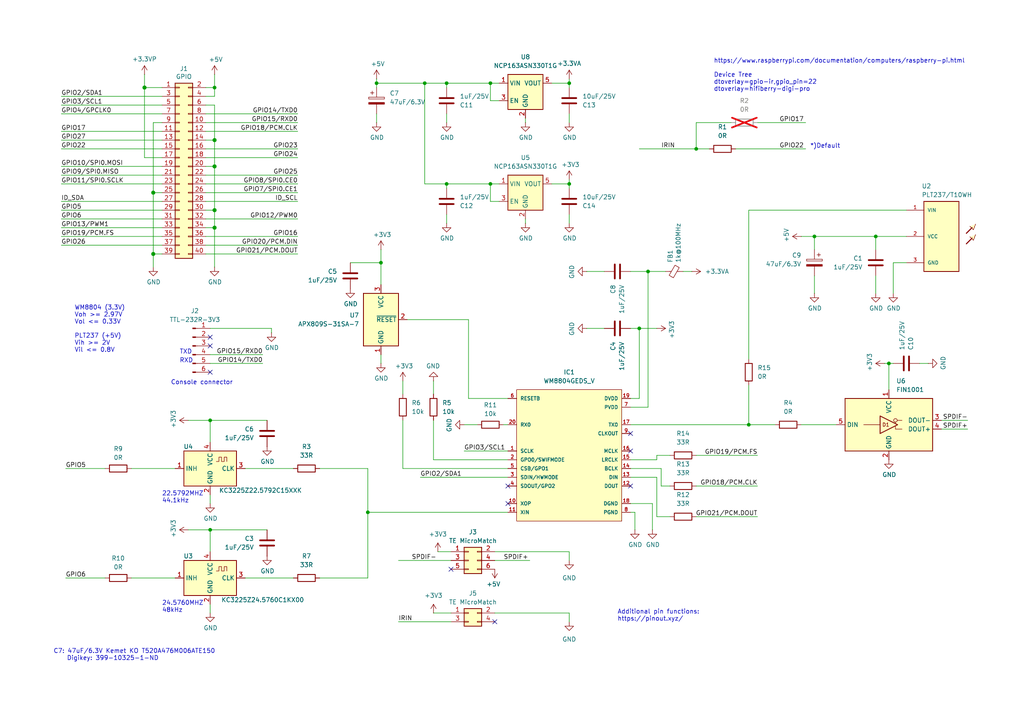
<source format=kicad_sch>
(kicad_sch (version 20250114) (generator "eeschema") (generator_version "9.0")
  (paper "A4")
  (title_block (title "RPI HAT S/PDIF and IR") (date "2026-01-01") (rev "V7 Min"))
  (lib_symbols
    (symbol "Connector:Conn_01x06_Pin" (pin_names (offset 1.016) (hide yes))
      (property "Reference" "J" (at 0 7.62 0))
      (property "Value" "Conn_01x06_Pin" (at 0 -10.16 0))
      (symbol "Conn_01x06_Pin_1_1"
        (pin passive line (at 5.08 5.08 180) (length 3.81) (name "Pin_1") (number "1"))
        (pin passive line (at 5.08 2.54 180) (length 3.81) (name "Pin_2") (number "2"))
        (pin passive line (at 5.08 0 180) (length 3.81) (name "Pin_3") (number "3"))
        (pin passive line (at 5.08 -2.54 180) (length 3.81) (name "Pin_4") (number "4"))
        (pin passive line (at 5.08 -5.08 180) (length 3.81) (name "Pin_5") (number "5"))
        (pin passive line (at 5.08 -7.62 180) (length 3.81) (name "Pin_6") (number "6"))
      )
    )
    (symbol "Connector_Generic:Conn_02x02_Odd_Even" (pin_names (offset 1.016) (hide yes))
      (property "Reference" "J" (at 1.27 2.54 0))
      (property "Value" "Conn_02x02_Odd_Even" (at 1.27 -5.08 0))
      (symbol "Conn_02x02_Odd_Even_1_1"
        (pin passive line (at -5.08 0 0) (length 3.81) (name "Pin_1") (number "1"))
        (pin passive line (at -5.08 -2.54 0) (length 3.81) (name "Pin_3") (number "3"))
        (pin passive line (at 7.62 0 180) (length 3.81) (name "Pin_2") (number "2"))
        (pin passive line (at 7.62 -2.54 180) (length 3.81) (name "Pin_4") (number "4"))
      )
    )
    (symbol "Connector_Generic:Conn_02x03_Odd_Even" (pin_names (offset 1.016) (hide yes))
      (property "Reference" "J" (at 1.27 5.08 0))
      (property "Value" "Conn_02x03_Odd_Even" (at 1.27 -5.08 0))
      (symbol "Conn_02x03_Odd_Even_1_1"
        (pin passive line (at -5.08 2.54 0) (length 3.81) (name "Pin_1") (number "1"))
        (pin passive line (at -5.08 0 0) (length 3.81) (name "Pin_3") (number "3"))
        (pin passive line (at -5.08 -2.54 0) (length 3.81) (name "Pin_5") (number "5"))
        (pin passive line (at 7.62 2.54 180) (length 3.81) (name "Pin_2") (number "2"))
        (pin passive line (at 7.62 0 180) (length 3.81) (name "Pin_4") (number "4"))
        (pin passive line (at 7.62 -2.54 180) (length 3.81) (name "Pin_6") (number "6"))
      )
    )
    (symbol "Connector_Generic:Conn_02x20_Odd_Even" (pin_names (offset 1.016) (hide yes))
      (property "Reference" "J" (at 1.27 25.4 0))
      (property "Value" "Conn_02x20_Odd_Even" (at 1.27 -27.94 0))
      (symbol "Conn_02x20_Odd_Even_1_1"
        (pin passive line (at -5.08 22.86 0) (length 3.81) (name "Pin_1") (number "1"))
        (pin passive line (at -5.08 20.32 0) (length 3.81) (name "Pin_3") (number "3"))
        (pin passive line (at -5.08 17.78 0) (length 3.81) (name "Pin_5") (number "5"))
        (pin passive line (at -5.08 15.24 0) (length 3.81) (name "Pin_7") (number "7"))
        (pin passive line (at -5.08 12.7 0) (length 3.81) (name "Pin_9") (number "9"))
        (pin passive line (at -5.08 10.16 0) (length 3.81) (name "Pin_11") (number "11"))
        (pin passive line (at -5.08 7.62 0) (length 3.81) (name "Pin_13") (number "13"))
        (pin passive line (at -5.08 5.08 0) (length 3.81) (name "Pin_15") (number "15"))
        (pin passive line (at -5.08 2.54 0) (length 3.81) (name "Pin_17") (number "17"))
        (pin passive line (at -5.08 0 0) (length 3.81) (name "Pin_19") (number "19"))
        (pin passive line (at -5.08 -2.54 0) (length 3.81) (name "Pin_21") (number "21"))
        (pin passive line (at -5.08 -5.08 0) (length 3.81) (name "Pin_23") (number "23"))
        (pin passive line (at -5.08 -7.62 0) (length 3.81) (name "Pin_25") (number "25"))
        (pin passive line (at -5.08 -10.16 0) (length 3.81) (name "Pin_27") (number "27"))
        (pin passive line (at -5.08 -12.7 0) (length 3.81) (name "Pin_29") (number "29"))
        (pin passive line (at -5.08 -15.24 0) (length 3.81) (name "Pin_31") (number "31"))
        (pin passive line (at -5.08 -17.78 0) (length 3.81) (name "Pin_33") (number "33"))
        (pin passive line (at -5.08 -20.32 0) (length 3.81) (name "Pin_35") (number "35"))
        (pin passive line (at -5.08 -22.86 0) (length 3.81) (name "Pin_37") (number "37"))
        (pin passive line (at -5.08 -25.4 0) (length 3.81) (name "Pin_39") (number "39"))
        (pin passive line (at 7.62 22.86 180) (length 3.81) (name "Pin_2") (number "2"))
        (pin passive line (at 7.62 20.32 180) (length 3.81) (name "Pin_4") (number "4"))
        (pin passive line (at 7.62 17.78 180) (length 3.81) (name "Pin_6") (number "6"))
        (pin passive line (at 7.62 15.24 180) (length 3.81) (name "Pin_8") (number "8"))
        (pin passive line (at 7.62 12.7 180) (length 3.81) (name "Pin_10") (number "10"))
        (pin passive line (at 7.62 10.16 180) (length 3.81) (name "Pin_12") (number "12"))
        (pin passive line (at 7.62 7.62 180) (length 3.81) (name "Pin_14") (number "14"))
        (pin passive line (at 7.62 5.08 180) (length 3.81) (name "Pin_16") (number "16"))
        (pin passive line (at 7.62 2.54 180) (length 3.81) (name "Pin_18") (number "18"))
        (pin passive line (at 7.62 0 180) (length 3.81) (name "Pin_20") (number "20"))
        (pin passive line (at 7.62 -2.54 180) (length 3.81) (name "Pin_22") (number "22"))
        (pin passive line (at 7.62 -5.08 180) (length 3.81) (name "Pin_24") (number "24"))
        (pin passive line (at 7.62 -7.62 180) (length 3.81) (name "Pin_26") (number "26"))
        (pin passive line (at 7.62 -10.16 180) (length 3.81) (name "Pin_28") (number "28"))
        (pin passive line (at 7.62 -12.7 180) (length 3.81) (name "Pin_30") (number "30"))
        (pin passive line (at 7.62 -15.24 180) (length 3.81) (name "Pin_32") (number "32"))
        (pin passive line (at 7.62 -17.78 180) (length 3.81) (name "Pin_34") (number "34"))
        (pin passive line (at 7.62 -20.32 180) (length 3.81) (name "Pin_36") (number "36"))
        (pin passive line (at 7.62 -22.86 180) (length 3.81) (name "Pin_38") (number "38"))
        (pin passive line (at 7.62 -25.4 180) (length 3.81) (name "Pin_40") (number "40"))
      )
    )
    (symbol "Device:C" (pin_numbers (hide yes)) (pin_names (offset 0.254))
      (property "Reference" "C" (at 0.635 2.54 0))
      (property "Value" "C" (at 0.635 -2.54 0))
      (symbol "C_1_1"
        (pin passive line (at 0 3.81 270) (length 2.794) (name "~") (number "1"))
        (pin passive line (at 0 -3.81 90) (length 2.794) (name "~") (number "2"))
      )
    )
    (symbol "Device:C_Polarized" (pin_numbers (hide yes)) (pin_names (offset 0.254))
      (property "Reference" "C" (at 0.635 2.54 0))
      (property "Value" "C_Polarized" (at 0.635 -2.54 0))
      (symbol "C_Polarized_1_1"
        (pin passive line (at 0 3.81 270) (length 2.794) (name "~") (number "1"))
        (pin passive line (at 0 -3.81 90) (length 2.794) (name "~") (number "2"))
      )
    )
    (symbol "Device:R" (pin_numbers (hide yes)) (pin_names (offset 0))
      (property "Reference" "R" (at 2.032 0 90))
      (property "Value" "R" (at 0 0 90))
      (symbol "R_1_1"
        (pin passive line (at 0 3.81 270) (length 1.27) (name "~") (number "1"))
        (pin passive line (at 0 -3.81 90) (length 1.27) (name "~") (number "2"))
      )
    )
    (symbol "Oscillator:KC2520Z"
      (property "Reference" "Y" (at 2.54 12.7 0))
      (property "Value" "KC2520Z" (at 6.35 10.16 0))
      (symbol "KC2520Z_1_1"
        (pin input line (at -10.16 0 0) (length 2.54) (name "INH") (number "1"))
        (pin power_in line (at 0 7.62 270) (length 2.54) (name "VCC") (number "4"))
        (pin power_in line (at 0 -7.62 90) (length 2.54) (name "GND") (number "2"))
        (pin output line (at 10.16 0 180) (length 2.54) (name "CLK") (number "3"))
      )
    )
    (symbol "Power_Supervisor:LM809"
      (property "Reference" "U" (at 2.54 12.7 0))
      (property "Value" "LM809" (at 5.08 10.16 0))
      (symbol "LM809_1_1"
        (pin power_in line (at 0 10.16 270) (length 2.54) (name "VCC") (number "3"))
        (pin power_in line (at 0 -10.16 90) (length 2.54) (name "GND") (number "1"))
        (pin output line (at 7.62 0 180) (length 2.54) (name "~{RESET}") (number "2"))
      )
    )
    (symbol "Regulator_Linear:NCP163ASN330T1G"
      (property "Reference" "U" (at 0 8.89 0))
      (property "Value" "NCP163ASN330T1G" (at 0 6.35 0))
      (symbol "NCP163ASN330T1G_1_1"
        (pin power_in line (at -7.62 2.54 0) (length 2.54) (name "VIN") (number "1"))
        (pin input line (at -7.62 -2.54 0) (length 2.54) (name "EN") (number "3"))
        (pin power_in line (at 0 -7.62 90) (length 2.54) (name "GND") (number "2"))
        (pin no_connect line (at 5.08 -2.54 180) (length 2.54) (hide yes) (name "NC") (number "4"))
        (pin power_out line (at 7.62 2.54 180) (length 2.54) (name "VOUT") (number "5"))
      )
    )
    (symbol "dac-rescue:Ferrite_Bead_Small-Device" (pin_numbers (hide yes)) (pin_names (offset 0))
      (property "Reference" "FB" (at 1.905 1.27 0))
      (property "Value" "Ferrite_Bead_Small-Device" (at 1.905 -1.27 0))
      (symbol "Ferrite_Bead_Small-Device_1_1"
        (pin passive line (at 0 2.54 270) (length 1.27) (name "~") (number "1"))
        (pin passive line (at 0 -2.54 90) (length 1.27) (name "~") (number "2"))
      )
    )
    (symbol "kicad-snk:FIN1001"
      (property "Reference" "U?" (at 8.89 12.7 0))
      (property "Value" "FIN1001" (at 8.89 10.16 0))
      (symbol "FIN1001_1_0"
        (text "D1" (at -0.889 0 0) (effects (font (size 1.016 1.016))))
      )
      (symbol "FIN1001_1_1"
        (pin input line (at -15.24 0 0) (length 2.54) (name "DIN") (number "5"))
        (pin power_in line (at 0 10.16 270) (length 2.54) (name "VCC") (number "1"))
        (pin power_in line (at 0 -10.16 90) (length 2.54) (name "GND") (number "2"))
        (pin output line (at 15.24 1.27 180) (length 2.54) (name "DOUT-") (number "3"))
        (pin output line (at 15.24 -1.27 180) (length 2.54) (name "DOUT+") (number "4"))
      )
    )
    (symbol "kicad-snk:PLT237/T10WH" (pin_names (offset 1.016))
      (property "Reference" "U" (at -5.08 11.4554 0))
      (property "Value" "PLT237/T10WH" (at -5.08 -12.7254 0))
      (symbol "PLT237/T10WH_1_0"
        (pin output line (at -10.16 7.62 0) (length 5.08) (name "VIN") (number "1"))
        (pin power_in line (at -10.16 0 0) (length 5.08) (name "VCC") (number "2"))
        (pin power_in line (at -10.16 -7.62 0) (length 5.08) (name "GND") (number "3"))
      )
    )
    (symbol "kicad-snk:WM8804GEDS_V" (pin_names (offset 1.016))
      (property "Reference" "IC" (at -15.24 13.97 0))
      (property "Value" "WM8804GEDS_V" (at -15.24 -27.94 0))
      (symbol "WM8804GEDS_V_0_0"
        (pin bidirectional line (at -17.78 10.16 0) (length 2.54) (name "RESETB") (number "6"))
        (pin bidirectional line (at -17.78 2.54 0) (length 2.54) (name "RX0") (number "20"))
        (pin bidirectional line (at -17.78 -5.08 0) (length 2.54) (name "SCLK") (number "1"))
        (pin bidirectional line (at -17.78 -7.62 0) (length 2.54) (name "GPO0/SWIFMODE") (number "2"))
        (pin bidirectional line (at -17.78 -10.16 0) (length 2.54) (name "CSB/GPO1") (number "5"))
        (pin bidirectional line (at -17.78 -12.7 0) (length 2.54) (name "SDIN/HWMODE") (number "3"))
        (pin bidirectional line (at -17.78 -15.24 0) (length 2.54) (name "SDOUT/GPO2") (number "4"))
        (pin bidirectional line (at -17.78 -20.32 0) (length 2.54) (name "XOP") (number "10"))
        (pin bidirectional line (at -17.78 -22.86 0) (length 2.54) (name "XIN") (number "11"))
        (pin bidirectional line (at 17.78 10.16 180) (length 2.54) (name "DVDD") (number "19"))
        (pin bidirectional line (at 17.78 7.62 180) (length 2.54) (name "PVDD") (number "7"))
        (pin bidirectional line (at 17.78 2.54 180) (length 2.54) (name "TX0") (number "17"))
        (pin bidirectional line (at 17.78 0 180) (length 2.54) (name "CLKOUT") (number "9"))
        (pin bidirectional line (at 17.78 -5.08 180) (length 2.54) (name "MCLK") (number "16"))
        (pin bidirectional line (at 17.78 -7.62 180) (length 2.54) (name "LRCLK") (number "15"))
        (pin bidirectional line (at 17.78 -10.16 180) (length 2.54) (name "BCLK") (number "14"))
        (pin bidirectional line (at 17.78 -12.7 180) (length 2.54) (name "DIN") (number "13"))
        (pin bidirectional line (at 17.78 -15.24 180) (length 2.54) (name "DOUT") (number "12"))
        (pin bidirectional line (at 17.78 -20.32 180) (length 2.54) (name "DGND") (number "18"))
        (pin bidirectional line (at 17.78 -22.86 180) (length 2.54) (name "PGND") (number "8"))
      )
    )
    (symbol "power:+3.3V" (power) (pin_numbers (hide yes)) (pin_names (offset 0) (hide yes))
      (property "Value" "+3.3V" (at 0 3.556 0))
      (symbol "+3.3V_1_1"
        (pin power_in line (at 0 0 90) (length 0) (name "~") (number "1"))
      )
    )
    (symbol "power:+3.3VA" (power) (pin_numbers (hide yes)) (pin_names (offset 0) (hide yes))
      (property "Value" "+3.3VA" (at 0 3.556 0))
      (symbol "+3.3VA_1_1"
        (pin power_in line (at 0 0 90) (length 0) (name "~") (number "1"))
      )
    )
    (symbol "power:+3.3VP" (power) (pin_numbers (hide yes)) (pin_names (offset 0) (hide yes))
      (property "Value" "+3.3VP" (at 0 3.556 0))
      (symbol "+3.3VP_0_0"
        (pin power_in line (at 0 0 90) (length 0) (name "~") (number "1"))
      )
    )
    (symbol "power:+5V" (power) (pin_numbers (hide yes)) (pin_names (offset 0) (hide yes))
      (property "Value" "+5V" (at 0 3.556 0))
      (symbol "+5V_1_1"
        (pin power_in line (at 0 0 90) (length 0) (name "~") (number "1"))
      )
    )
    (symbol "power:GND" (power) (pin_numbers (hide yes)) (pin_names (offset 0) (hide yes))
      (property "Value" "GND" (at 0 -3.81 0))
      (symbol "GND_1_1"
        (pin power_in line (at 0 0 270) (length 0) (name "~") (number "1"))
      )
    )
  )
  (text "24.5760MHZ\n48kHz" (at 46.99 177.8 0) (effects (font (size 1.27 1.27)) (justify left bottom)))
  (text "TXD" (at 52.07 102.87 0) (effects (font (size 1.27 1.27)) (justify left bottom)))
  (text "Console connector" (at 49.53 111.76 0) (effects (font (size 1.27 1.27)) (justify left bottom)))
  (text "https://www.raspberrypi.com/documentation/computers/raspberry-pi.html\n\nDevice Tree\ndtoverlay=gpio-ir,gpio_pin=22\ndtoverlay=hifiberry-digi-pro" (at 207.01 26.67 0) (effects (font (size 1.27 1.27)) (justify left bottom)))
  (text "WM8804 (3.3V)\nVoh >= 2.97V\nVol <= 0.33V\n\nPLT237 (+5V)\nVih >= 2V\nVil <= 0.8V" (at 21.59 102.362 0) (effects (font (size 1.27 1.27)) (justify left bottom)))
  (text "22.5792MHZ\n44.1kHz" (at 46.99 146.05 0) (effects (font (size 1.27 1.27)) (justify left bottom)))
  (text "C7: 47uF/6.3V Kemet KO T520A476M006ATE150 \n    Digikey: ‎399-10325-1-ND‎" (at 15.494 189.992 0) (effects (font (size 1.27 1.27)) (justify left)))
  (text "RXD" (at 52.07 105.41 0) (effects (font (size 1.27 1.27)) (justify left bottom)))
  (text "*)Default" (at 234.95 43.18 0) (effects (font (size 1.27 1.27)) (justify left bottom)))
  (text "Additional pin functions:\nhttps://pinout.xyz/" (at 179.07 180.34 0) (effects (font (size 1.27 1.27)) (justify left bottom)))
  (junction (at 123.19 24.13))
  (junction (at 185.42 95.25))
  (junction (at 62.23 60.96) (diameter 1.016))
  (junction (at 41.91 25.4) (diameter 1.016))
  (junction (at 62.23 66.04) (diameter 1.016))
  (junction (at 187.96 78.74))
  (junction (at 142.24 53.34))
  (junction (at 165.1 24.13))
  (junction (at 44.45 55.88) (diameter 1.016))
  (junction (at 109.22 24.13))
  (junction (at 129.54 53.34))
  (junction (at 142.24 24.13))
  (junction (at 254 68.58))
  (junction (at 62.23 48.26) (diameter 1.016))
  (junction (at 62.23 25.4))
  (junction (at 106.68 148.59))
  (junction (at 62.23 40.64) (diameter 1.016))
  (junction (at 129.54 24.13))
  (junction (at 201.93 43.18))
  (junction (at 60.96 121.92))
  (junction (at 60.96 153.67))
  (junction (at 257.81 105.41))
  (junction (at 236.22 68.58))
  (junction (at 217.17 123.19))
  (junction (at 44.45 73.66) (diameter 1.016))
  (junction (at 165.1 53.34))
  (junction (at 110.49 76.2))
  (no_connect (at 182.88 130.81))
  (no_connect (at 182.88 125.73))
  (no_connect (at 147.32 140.97))
  (no_connect (at 130.81 165.1))
  (no_connect (at 60.96 97.79))
  (no_connect (at 60.96 100.33))
  (no_connect (at 60.96 107.95))
  (no_connect (at 143.51 180.34))
  (no_connect (at 147.32 146.05))
  (no_connect (at 182.88 140.97))
  (wire (pts (xy 135.89 92.71) (xy 135.89 115.57)))
  (wire (pts (xy 44.45 55.88) (xy 44.45 73.66)))
  (wire (pts (xy 59.69 55.88) (xy 86.36 55.88)))
  (wire (pts (xy 165.1 24.13) (xy 160.02 24.13)))
  (wire (pts (xy 125.73 177.8) (xy 130.81 177.8)))
  (wire (pts (xy 46.99 38.1) (xy 17.78 38.1)))
  (wire (pts (xy 201.93 43.18) (xy 205.74 43.18)))
  (wire (pts (xy 160.02 53.34) (xy 165.1 53.34)))
  (wire (pts (xy 92.71 167.64) (xy 106.68 167.64)))
  (wire (pts (xy 62.23 30.48) (xy 62.23 40.64)))
  (wire (pts (xy 254 68.58) (xy 262.89 68.58)))
  (wire (pts (xy 144.78 29.21) (xy 142.24 29.21)))
  (wire (pts (xy 62.23 27.94) (xy 62.23 25.4)))
  (wire (pts (xy 62.23 48.26) (xy 59.69 48.26)))
  (wire (pts (xy 217.17 60.96) (xy 262.89 60.96)))
  (wire (pts (xy 170.18 78.74) (xy 175.26 78.74)))
  (wire (pts (xy 143.51 160.02) (xy 165.1 160.02)))
  (wire (pts (xy 266.7 105.41) (xy 269.24 105.41)))
  (wire (pts (xy 254 80.01) (xy 254 85.09)))
  (wire (pts (xy 213.36 43.18) (xy 233.68 43.18)))
  (wire (pts (xy 62.23 60.96) (xy 62.23 66.04)))
  (wire (pts (xy 118.11 92.71) (xy 135.89 92.71)))
  (wire (pts (xy 121.92 138.43) (xy 147.32 138.43)))
  (wire (pts (xy 201.93 140.97) (xy 219.71 140.97)))
  (wire (pts (xy 212.09 35.56) (xy 201.93 35.56)))
  (wire (pts (xy 142.24 53.34) (xy 144.78 53.34)))
  (wire (pts (xy 71.12 135.89) (xy 85.09 135.89)))
  (wire (pts (xy 273.05 121.92) (xy 280.67 121.92)))
  (wire (pts (xy 92.71 135.89) (xy 106.68 135.89)))
  (wire (pts (xy 62.23 48.26) (xy 62.23 60.96)))
  (wire (pts (xy 59.69 33.02) (xy 86.36 33.02)))
  (wire (pts (xy 110.49 102.87) (xy 110.49 105.41)))
  (wire (pts (xy 44.45 35.56) (xy 44.45 55.88)))
  (wire (pts (xy 254 68.58) (xy 254 72.39)))
  (wire (pts (xy 165.1 62.23) (xy 165.1 64.77)))
  (wire (pts (xy 44.45 35.56) (xy 46.99 35.56)))
  (wire (pts (xy 59.69 53.34) (xy 86.36 53.34)))
  (wire (pts (xy 46.99 58.42) (xy 17.78 58.42)))
  (wire (pts (xy 109.22 24.13) (xy 123.19 24.13)))
  (wire (pts (xy 17.78 60.96) (xy 46.99 60.96)))
  (wire (pts (xy 60.96 121.92) (xy 77.47 121.92)))
  (wire (pts (xy 152.4 34.29) (xy 152.4 35.56)))
  (wire (pts (xy 109.22 24.13) (xy 109.22 25.4)))
  (wire (pts (xy 187.96 118.11) (xy 187.96 78.74)))
  (wire (pts (xy 185.42 43.18) (xy 201.93 43.18)))
  (wire (pts (xy 59.69 27.94) (xy 62.23 27.94)))
  (wire (pts (xy 182.88 115.57) (xy 185.42 115.57)))
  (wire (pts (xy 232.41 123.19) (xy 242.57 123.19)))
  (wire (pts (xy 259.08 76.2) (xy 262.89 76.2)))
  (wire (pts (xy 182.88 148.59) (xy 184.15 148.59)))
  (wire (pts (xy 44.45 55.88) (xy 46.99 55.88)))
  (wire (pts (xy 116.84 121.92) (xy 116.84 135.89)))
  (wire (pts (xy 59.69 43.18) (xy 86.36 43.18)))
  (wire (pts (xy 106.68 135.89) (xy 106.68 148.59)))
  (wire (pts (xy 134.62 130.81) (xy 147.32 130.81)))
  (wire (pts (xy 116.84 110.49) (xy 116.84 114.3)))
  (wire (pts (xy 165.1 160.02) (xy 165.1 162.56)))
  (wire (pts (xy 59.69 73.66) (xy 86.36 73.66)))
  (wire (pts (xy 44.45 73.66) (xy 44.45 77.47)))
  (wire (pts (xy 17.78 40.64) (xy 46.99 40.64)))
  (wire (pts (xy 41.91 21.59) (xy 41.91 25.4)))
  (wire (pts (xy 110.49 72.39) (xy 110.49 76.2)))
  (wire (pts (xy 185.42 95.25) (xy 190.5 95.25)))
  (wire (pts (xy 78.74 95.25) (xy 60.96 95.25)))
  (wire (pts (xy 165.1 25.4) (xy 165.1 24.13)))
  (wire (pts (xy 62.23 66.04) (xy 59.69 66.04)))
  (wire (pts (xy 198.12 78.74) (xy 200.66 78.74)))
  (wire (pts (xy 17.78 30.48) (xy 46.99 30.48)))
  (wire (pts (xy 54.61 121.92) (xy 60.96 121.92)))
  (wire (pts (xy 60.96 153.67) (xy 77.47 153.67)))
  (wire (pts (xy 185.42 115.57) (xy 185.42 95.25)))
  (wire (pts (xy 187.96 78.74) (xy 182.88 78.74)))
  (wire (pts (xy 17.78 53.34) (xy 46.99 53.34)))
  (wire (pts (xy 182.88 146.05) (xy 189.23 146.05)))
  (wire (pts (xy 71.12 167.64) (xy 85.09 167.64)))
  (wire (pts (xy 41.91 45.72) (xy 46.99 45.72)))
  (wire (pts (xy 259.08 85.09) (xy 259.08 76.2)))
  (wire (pts (xy 115.57 180.34) (xy 130.81 180.34)))
  (wire (pts (xy 123.19 53.34) (xy 129.54 53.34)))
  (wire (pts (xy 143.51 162.56) (xy 153.67 162.56)))
  (wire (pts (xy 46.99 27.94) (xy 17.78 27.94)))
  (wire (pts (xy 201.93 149.86) (xy 219.71 149.86)))
  (wire (pts (xy 142.24 24.13) (xy 144.78 24.13)))
  (wire (pts (xy 165.1 33.02) (xy 165.1 35.56)))
  (wire (pts (xy 129.54 62.23) (xy 129.54 64.77)))
  (wire (pts (xy 257.81 105.41) (xy 257.81 113.03)))
  (wire (pts (xy 123.19 24.13) (xy 123.19 53.34)))
  (wire (pts (xy 62.23 40.64) (xy 62.23 48.26)))
  (wire (pts (xy 59.69 38.1) (xy 86.36 38.1)))
  (wire (pts (xy 106.68 167.64) (xy 106.68 148.59)))
  (wire (pts (xy 62.23 40.64) (xy 59.69 40.64)))
  (wire (pts (xy 62.23 25.4) (xy 62.23 21.59)))
  (wire (pts (xy 190.5 133.35) (xy 190.5 132.08)))
  (wire (pts (xy 217.17 111.76) (xy 217.17 123.19)))
  (wire (pts (xy 60.96 121.92) (xy 60.96 128.27)))
  (wire (pts (xy 125.73 121.92) (xy 125.73 133.35)))
  (wire (pts (xy 146.05 123.19) (xy 147.32 123.19)))
  (wire (pts (xy 201.93 132.08) (xy 219.71 132.08)))
  (wire (pts (xy 17.78 33.02) (xy 46.99 33.02)))
  (wire (pts (xy 127 160.02) (xy 130.81 160.02)))
  (wire (pts (xy 41.91 25.4) (xy 41.91 45.72)))
  (wire (pts (xy 142.24 53.34) (xy 142.24 58.42)))
  (wire (pts (xy 60.96 175.26) (xy 60.96 177.8)))
  (wire (pts (xy 201.93 35.56) (xy 201.93 43.18)))
  (wire (pts (xy 59.69 45.72) (xy 86.36 45.72)))
  (wire (pts (xy 273.05 124.46) (xy 280.67 124.46)))
  (wire (pts (xy 185.42 95.25) (xy 182.88 95.25)))
  (wire (pts (xy 59.69 35.56) (xy 86.36 35.56)))
  (wire (pts (xy 170.18 95.25) (xy 175.26 95.25)))
  (wire (pts (xy 19.05 167.64) (xy 30.48 167.64)))
  (wire (pts (xy 190.5 132.08) (xy 194.31 132.08)))
  (wire (pts (xy 59.69 25.4) (xy 62.23 25.4)))
  (wire (pts (xy 236.22 72.39) (xy 236.22 68.58)))
  (wire (pts (xy 189.23 146.05) (xy 189.23 153.67)))
  (wire (pts (xy 135.89 115.57) (xy 147.32 115.57)))
  (wire (pts (xy 17.78 43.18) (xy 46.99 43.18)))
  (wire (pts (xy 17.78 50.8) (xy 46.99 50.8)))
  (wire (pts (xy 109.22 22.86) (xy 109.22 24.13)))
  (wire (pts (xy 190.5 138.43) (xy 182.88 138.43)))
  (wire (pts (xy 129.54 33.02) (xy 129.54 35.56)))
  (wire (pts (xy 115.57 162.56) (xy 130.81 162.56)))
  (wire (pts (xy 129.54 24.13) (xy 142.24 24.13)))
  (wire (pts (xy 19.05 135.89) (xy 30.48 135.89)))
  (wire (pts (xy 134.62 123.19) (xy 138.43 123.19)))
  (wire (pts (xy 60.96 143.51) (xy 60.96 146.05)))
  (wire (pts (xy 125.73 133.35) (xy 147.32 133.35)))
  (wire (pts (xy 144.78 58.42) (xy 142.24 58.42)))
  (wire (pts (xy 125.73 110.49) (xy 125.73 114.3)))
  (wire (pts (xy 60.96 105.41) (xy 76.2 105.41)))
  (wire (pts (xy 17.78 63.5) (xy 46.99 63.5)))
  (wire (pts (xy 165.1 52.07) (xy 165.1 53.34)))
  (wire (pts (xy 60.96 102.87) (xy 76.2 102.87)))
  (wire (pts (xy 60.96 153.67) (xy 60.96 160.02)))
  (wire (pts (xy 182.88 123.19) (xy 217.17 123.19)))
  (wire (pts (xy 217.17 123.19) (xy 224.79 123.19)))
  (wire (pts (xy 17.78 68.58) (xy 46.99 68.58)))
  (wire (pts (xy 116.84 135.89) (xy 147.32 135.89)))
  (wire (pts (xy 59.69 68.58) (xy 86.36 68.58)))
  (wire (pts (xy 190.5 149.86) (xy 190.5 138.43)))
  (wire (pts (xy 110.49 76.2) (xy 110.49 82.55)))
  (wire (pts (xy 59.69 63.5) (xy 86.36 63.5)))
  (wire (pts (xy 38.1 135.89) (xy 50.8 135.89)))
  (wire (pts (xy 44.45 73.66) (xy 46.99 73.66)))
  (wire (pts (xy 191.77 135.89) (xy 182.88 135.89)))
  (wire (pts (xy 257.81 105.41) (xy 259.08 105.41)))
  (wire (pts (xy 232.41 68.58) (xy 236.22 68.58)))
  (wire (pts (xy 59.69 71.12) (xy 86.36 71.12)))
  (wire (pts (xy 236.22 80.01) (xy 236.22 85.09)))
  (wire (pts (xy 165.1 22.86) (xy 165.1 24.13)))
  (wire (pts (xy 62.23 30.48) (xy 59.69 30.48)))
  (wire (pts (xy 17.78 71.12) (xy 46.99 71.12)))
  (wire (pts (xy 123.19 24.13) (xy 129.54 24.13)))
  (wire (pts (xy 38.1 167.64) (xy 50.8 167.64)))
  (wire (pts (xy 106.68 148.59) (xy 147.32 148.59)))
  (wire (pts (xy 184.15 153.67) (xy 184.15 148.59)))
  (wire (pts (xy 182.88 118.11) (xy 187.96 118.11)))
  (wire (pts (xy 194.31 140.97) (xy 191.77 140.97)))
  (wire (pts (xy 78.74 96.52) (xy 78.74 95.25)))
  (wire (pts (xy 129.54 53.34) (xy 142.24 53.34)))
  (wire (pts (xy 165.1 177.8) (xy 165.1 180.34)))
  (wire (pts (xy 217.17 104.14) (xy 217.17 60.96)))
  (wire (pts (xy 129.54 53.34) (xy 129.54 54.61)))
  (wire (pts (xy 142.24 24.13) (xy 142.24 29.21)))
  (wire (pts (xy 109.22 33.02) (xy 109.22 35.56)))
  (wire (pts (xy 219.71 35.56) (xy 233.68 35.56)))
  (wire (pts (xy 62.23 66.04) (xy 62.23 77.47)))
  (wire (pts (xy 194.31 149.86) (xy 190.5 149.86)))
  (wire (pts (xy 59.69 50.8) (xy 86.36 50.8)))
  (wire (pts (xy 46.99 66.04) (xy 17.78 66.04)))
  (wire (pts (xy 182.88 133.35) (xy 190.5 133.35)))
  (wire (pts (xy 165.1 53.34) (xy 165.1 54.61)))
  (wire (pts (xy 143.51 177.8) (xy 165.1 177.8)))
  (wire (pts (xy 101.6 76.2) (xy 110.49 76.2)))
  (wire (pts (xy 129.54 24.13) (xy 129.54 25.4)))
  (wire (pts (xy 62.23 60.96) (xy 59.69 60.96)))
  (wire (pts (xy 41.91 25.4) (xy 46.99 25.4)))
  (wire (pts (xy 191.77 140.97) (xy 191.77 135.89)))
  (wire (pts (xy 236.22 68.58) (xy 254 68.58)))
  (wire (pts (xy 256.54 105.41) (xy 257.81 105.41)))
  (wire (pts (xy 187.96 78.74) (xy 193.04 78.74)))
  (wire (pts (xy 54.61 153.67) (xy 60.96 153.67)))
  (wire (pts (xy 152.4 63.5) (xy 152.4 64.77)))
  (wire (pts (xy 46.99 48.26) (xy 17.78 48.26)))
  (wire (pts (xy 59.69 58.42) (xy 86.36 58.42)))
  (label "ID_SDA" (at 17.78 58.42 0))
  (label "GPIO6" (at 17.78 63.5 0))
  (label "GPIO22" (at 226.06 43.18 0))
  (label "SPDIF-" (at 280.67 121.92 180))
  (label "GPIO18{slash}PCM.CLK" (at 219.71 140.97 180))
  (label "ID_SCL" (at 86.36 58.42 180))
  (label "GPIO5" (at 17.78 60.96 0))
  (label "GPIO21{slash}PCM.DOUT" (at 86.36 73.66 180))
  (label "GPIO19{slash}PCM.FS" (at 17.78 68.58 0))
  (label "GPIO10{slash}SPI0.MOSI" (at 17.78 48.26 0))
  (label "GPIO9{slash}SPI0.MISO" (at 17.78 50.8 0))
  (label "GPIO23" (at 86.36 43.18 180))
  (label "GPIO15{slash}RXD0" (at 76.2 102.87 180))
  (label "SPDIF+" (at 280.67 124.46 180))
  (label "GPIO5" (at 19.05 135.89 0))
  (label "GPIO19{slash}PCM.FS" (at 219.71 132.08 180))
  (label "GPIO6" (at 19.05 167.64 0))
  (label "GPIO4{slash}GPCLK0" (at 17.78 33.02 0))
  (label "GPIO27" (at 17.78 40.64 0))
  (label "GPIO26" (at 17.78 71.12 0))
  (label "GPIO14{slash}TXD0" (at 86.36 33.02 180))
  (label "GPIO8{slash}SPI0.CE0" (at 86.36 53.34 180))
  (label "GPIO15{slash}RXD0" (at 86.36 35.56 180))
  (label "GPIO14{slash}TXD0" (at 76.2 105.41 180))
  (label "GPIO16" (at 86.36 68.58 180))
  (label "GPIO2{slash}SDA1" (at 121.92 138.43 0))
  (label "IRIN" (at 115.57 180.34 0))
  (label "GPIO22" (at 17.78 43.18 0))
  (label "GPIO21{slash}PCM.DOUT" (at 219.71 149.86 180))
  (label "GPIO2{slash}SDA1" (at 17.78 27.94 0))
  (label "GPIO17" (at 17.78 38.1 0))
  (label "GPIO25" (at 86.36 50.8 180))
  (label "GPIO3{slash}SCL1" (at 17.78 30.48 0))
  (label "GPIO18{slash}PCM.CLK" (at 86.36 38.1 180))
  (label "GPIO12{slash}PWM0" (at 86.36 63.5 180))
  (label "GPIO13{slash}PWM1" (at 17.78 66.04 0))
  (label "GPIO3{slash}SCL1" (at 134.62 130.81 0))
  (label "GPIO20{slash}PCM.DIN" (at 86.36 71.12 180))
  (label "GPIO24" (at 86.36 45.72 180))
  (label "GPIO17" (at 226.06 35.56 0))
  (label "GPIO7{slash}SPI0.CE1" (at 86.36 55.88 180))
  (label "SPDIF+" (at 146.05 162.56 0))
  (label "SPDIF-" (at 119.38 162.56 0))
  (label "IRIN" (at 191.77 43.18 0))
  (label "GPIO11{slash}SPI0.SCLK" (at 17.78 53.34 0))
  (symbol (lib_id "power:+5V") (at 62.23 21.59 0) (unit 1)
    (property "Reference" "#PWR01" (effects (hide yes)))
    (property "Value" "+5V" (at 62.5983 17.2656 0))
    (property "Description" "Power symbol creates a global label with name \"+5V\"" (effects (hide yes)))
  )
  (symbol (lib_id "power:GND") (at 62.23 77.47 0) (unit 1)
    (property "Reference" "#PWR02" (effects (hide yes)))
    (property "Value" "GND" (at 62.3443 81.7944 0))
    (property "Description" "Power symbol creates a global label with name \"GND\" , ground" (effects (hide yes)))
  )
  (symbol (lib_id "power:GND") (at 44.45 77.47 0) (unit 1)
    (property "Reference" "#PWR03" (effects (hide yes)))
    (property "Value" "GND" (at 44.5643 81.7944 0))
    (property "Description" "Power symbol creates a global label with name \"GND\" , ground" (effects (hide yes)))
  )
  (symbol (lib_id "Connector_Generic:Conn_02x20_Odd_Even") (at 52.07 48.26 0) (unit 1)
    (property "Reference" "J1" (at 53.34 19.9198 0))
    (property "Value" "GPIO" (at 53.34 22.225 0))
    (property "Footprint" "Connector_PinSocket_2.54mm:PinSocket_2x20_P2.54mm_Vertical" (effects (hide yes)))
    (property "Description" "Generic connector, double row, 02x20, odd/even pin numbering scheme (row 1 odd numbers, row 2 even numbers), script generated (kicad-library-utils/schlib/autogen/connector/)" (effects (hide yes)))
  )
  (symbol (lib_id "power:GND") (at 165.1 162.56 0) (unit 1)
    (property "Reference" "#PWR043" (effects (hide yes)))
    (property "Value" "GND" (at 165.1 167.64 0))
    (property "Description" "Power symbol creates a global label with name \"GND\" , ground" (effects (hide yes)))
  )
  (symbol (lib_id "power:+3.3V") (at 127 160.02 0) (unit 1)
    (property "Reference" "#PWR042" (effects (hide yes)))
    (property "Value" "+3V3" (at 127 154.94 0))
    (property "Description" "Power symbol creates a global label with name \"+3.3V\"" (effects (hide yes)))
  )
  (symbol (lib_id "power:+3.3V") (at 190.5 95.25 270) (unit 1)
    (property "Reference" "#PWR018" (effects (hide yes)))
    (property "Value" "+3V3" (at 194.8244 95.6183 0))
    (property "Description" "Power symbol creates a global label with name \"+3.3V\"" (effects (hide yes)))
  )
  (symbol (lib_id "Device:C_Polarized") (at 109.22 29.21 0) (unit 1)
    (property "Reference" "C7" (at 113.03 27.051 0) (effects (justify left)))
    (property "Value" "47uF/6.3V" (at 113.03 29.591 0) (effects (justify left)))
    (property "Footprint" "Capacitor_SMD:C_1206_3216Metric_Pad1.33x1.80mm_HandSolder" (effects (hide yes)))
    (property "Description" "Polarized capacitor" (effects (hide yes)))
  )
  (symbol (lib_id "power:+3.3VA") (at 165.1 22.86 0) (unit 1)
    (property "Reference" "#PWR039" (effects (hide yes)))
    (property "Value" "+3.3VA" (at 165.1 18.415 0))
    (property "Description" "Power symbol creates a global label with name \"+3.3VA\"" (effects (hide yes)))
  )
  (symbol (lib_id "power:GND") (at 165.1 64.77 0) (unit 1)
    (property "Reference" "#PWR033" (effects (hide yes)))
    (property "Value" "GND" (at 165.2143 69.0944 0))
    (property "Description" "Power symbol creates a global label with name \"GND\" , ground" (effects (hide yes)))
  )
  (symbol (lib_id "power:GND") (at 165.1 35.56 0) (unit 1)
    (property "Reference" "#PWR036" (effects (hide yes)))
    (property "Value" "GND" (at 165.2143 39.8844 0))
    (property "Description" "Power symbol creates a global label with name \"GND\" , ground" (effects (hide yes)))
  )
  (symbol (lib_id "power:GND") (at 109.22 35.56 0) (unit 1)
    (property "Reference" "#PWR037" (effects (hide yes)))
    (property "Value" "GND" (at 109.3343 39.8844 0))
    (property "Description" "Power symbol creates a global label with name \"GND\" , ground" (effects (hide yes)))
  )
  (symbol (lib_id "power:GND") (at 129.54 35.56 0) (unit 1)
    (property "Reference" "#PWR034" (effects (hide yes)))
    (property "Value" "GND" (at 129.6543 39.8844 0))
    (property "Description" "Power symbol creates a global label with name \"GND\" , ground" (effects (hide yes)))
  )
  (symbol (lib_id "Connector_Generic:Conn_02x02_Odd_Even") (at 135.89 177.8 0) (unit 1)
    (property "Reference" "J5" (at 137.16 172.085 0))
    (property "Value" "TE MicroMatch" (at 137.16 174.625 0))
    (property "Footprint" "Connector_TE-Connectivity:TE_Micro-MaTch_215079-4_2x02_P1.27mm_Vertical" (effects (hide yes)))
    (property "Description" "Generic connector, double row, 02x02, odd/even pin numbering scheme (row 1 odd numbers, row 2 even numbers), script generated (kicad-library-utils/schlib/autogen/connector/)" (effects (hide yes)))
  )
  (symbol (lib_id "Power_Supervisor:LM809") (at 110.49 92.71 0) (unit 1)
    (property "Reference" "U7" (at 104.14 91.44 0) (effects (justify right)))
    (property "Value" "APX809S-31SA-7" (at 104.14 93.98 0) (effects (justify right)))
    (property "Footprint" "Package_TO_SOT_SMD:SOT-23" (effects (hide yes)))
    (property "Datasheet" "http://www.ti.com/lit/ds/symlink/lm809.pdf" (effects (hide yes)))
    (property "Description" "Microprocessor Reset (active-low) Circuit, SOT-23" (effects (hide yes)))
  )
  (symbol (lib_id "power:+5V") (at 232.41 68.58 90) (unit 1)
    (property "Reference" "#PWR010" (effects (hide yes)))
    (property "Value" "+5V" (at 228.0856 68.2117 0))
    (property "Description" "Power symbol creates a global label with name \"+5V\"" (effects (hide yes)))
  )
  (symbol (lib_id "power:GND") (at 77.47 129.54 0) (unit 1)
    (property "Reference" "#PWR011" (effects (hide yes)))
    (property "Value" "GND" (at 77.5843 133.8644 0))
    (property "Description" "Power symbol creates a global label with name \"GND\" , ground" (effects (hide yes)))
  )
  (symbol (lib_id "power:GND") (at 152.4 35.56 0) (unit 1)
    (property "Reference" "#PWR035" (effects (hide yes)))
    (property "Value" "GND" (at 152.5143 39.8844 0))
    (property "Description" "Power symbol creates a global label with name \"GND\" , ground" (effects (hide yes)))
  )
  (symbol (lib_id "power:+3.3V") (at 110.49 72.39 0) (unit 1)
    (property "Reference" "#PWR014" (effects (hide yes)))
    (property "Value" "+3V3" (at 110.8583 68.0656 0))
    (property "Description" "Power symbol creates a global label with name \"+3.3V\"" (effects (hide yes)))
  )
  (symbol (lib_id "power:GND") (at 236.22 85.09 0) (unit 1)
    (property "Reference" "#PWR030" (effects (hide yes)))
    (property "Value" "GND" (at 236.3343 89.4144 0))
    (property "Description" "Power symbol creates a global label with name \"GND\" , ground" (effects (hide yes)))
  )
  (symbol (lib_id "Device:C") (at 77.47 125.73 0) (mirror y) (unit 1)
    (property "Reference" "C6" (at 73.66 124.46 0) (effects (justify left)))
    (property "Value" "1uF/25V" (at 73.66 127 0) (effects (justify left)))
    (property "Footprint" "Capacitor_SMD:C_0603_1608Metric" (effects (hide yes)))
    (property "Description" "Unpolarized capacitor" (effects (hide yes)))
  )
  (symbol (lib_id "Device:C") (at 77.47 157.48 0) (mirror y) (unit 1)
    (property "Reference" "C3" (at 73.66 156.21 0) (effects (justify left)))
    (property "Value" "1uF/25V" (at 73.66 158.75 0) (effects (justify left)))
    (property "Footprint" "Capacitor_SMD:C_0603_1608Metric" (effects (hide yes)))
    (property "Description" "Unpolarized capacitor" (effects (hide yes)))
  )
  (symbol (lib_id "Device:R") (at 198.12 132.08 270) (unit 1)
    (property "Reference" "R14" (at 198.12 125.73 90))
    (property "Value" "33R" (at 198.12 128.27 90))
    (property "Footprint" "Resistor_SMD:R_0603_1608Metric_Pad0.98x0.95mm_HandSolder" (effects (hide yes)))
    (property "Description" "Resistor" (effects (hide yes)))
  )
  (symbol (lib_id "power:GND") (at 184.15 153.67 0) (unit 1)
    (property "Reference" "#PWR021" (effects (hide yes)))
    (property "Value" "GND" (at 184.2643 157.9944 0))
    (property "Description" "Power symbol creates a global label with name \"GND\" , ground" (effects (hide yes)))
  )
  (symbol (lib_id "Device:C") (at 262.89 105.41 270) (mirror x) (unit 1)
    (property "Reference" "C10" (at 264.16 101.6 0) (effects (justify left)))
    (property "Value" "1uF/25V" (at 261.62 101.6 0) (effects (justify left)))
    (property "Footprint" "Capacitor_SMD:C_0603_1608Metric_Pad1.08x0.95mm_HandSolder" (effects (hide yes)))
    (property "Description" "Unpolarized capacitor" (effects (hide yes)))
  )
  (symbol (lib_id "Device:R") (at 198.12 149.86 270) (unit 1)
    (property "Reference" "R12" (at 198.12 143.51 90))
    (property "Value" "33R" (at 198.12 146.05 90))
    (property "Footprint" "Resistor_SMD:R_0603_1608Metric_Pad0.98x0.95mm_HandSolder" (effects (hide yes)))
    (property "Description" "Resistor" (effects (hide yes)))
  )
  (symbol (lib_id "Device:C") (at 254 76.2 0) (mirror y) (unit 1)
    (property "Reference" "C1" (at 250.19 74.93 0) (effects (justify left)))
    (property "Value" "1uF/25V" (at 250.19 77.47 0) (effects (justify left)))
    (property "Footprint" "Capacitor_SMD:C_0603_1608Metric_Pad1.08x0.95mm_HandSolder" (effects (hide yes)))
    (property "Description" "Unpolarized capacitor" (effects (hide yes)))
  )
  (symbol (lib_id "power:GND") (at 129.54 64.77 0) (unit 1)
    (property "Reference" "#PWR032" (effects (hide yes)))
    (property "Value" "GND" (at 129.6543 69.0944 0))
    (property "Description" "Power symbol creates a global label with name \"GND\" , ground" (effects (hide yes)))
  )
  (symbol (lib_id "Device:C_Polarized") (at 236.22 76.2 0) (mirror y) (unit 1)
    (property "Reference" "C9" (at 232.41 74.041 0) (effects (justify left)))
    (property "Value" "47uF/6.3V" (at 232.41 76.581 0) (effects (justify left)))
    (property "Footprint" "Capacitor_SMD:C_1206_3216Metric_Pad1.33x1.80mm_HandSolder" (effects (hide yes)))
    (property "Description" "Polarized capacitor" (effects (hide yes)))
  )
  (symbol (lib_id "power:GND") (at 152.4 64.77 0) (unit 1)
    (property "Reference" "#PWR031" (effects (hide yes)))
    (property "Value" "GND" (at 152.5143 69.0944 0))
    (property "Description" "Power symbol creates a global label with name \"GND\" , ground" (effects (hide yes)))
  )
  (symbol (lib_id "power:GND") (at 101.6 83.82 0) (unit 1)
    (property "Reference" "#PWR027" (effects (hide yes)))
    (property "Value" "GND" (at 101.7143 88.1444 0))
    (property "Description" "Power symbol creates a global label with name \"GND\" , ground" (effects (hide yes)))
  )
  (symbol (lib_id "power:+3.3VA") (at 200.66 78.74 270) (unit 1)
    (property "Reference" "#PWR040" (effects (hide yes)))
    (property "Value" "+3.3VA" (at 204.47 78.74 90) (effects (justify left)))
    (property "Description" "Power symbol creates a global label with name \"+3.3VA\"" (effects (hide yes)))
  )
  (symbol (lib_id "Device:R") (at 88.9 167.64 270) (unit 1)
    (property "Reference" "R7" (at 88.9 161.29 90))
    (property "Value" "33R" (at 88.9 163.83 90))
    (property "Footprint" "Resistor_SMD:R_0603_1608Metric_Pad0.98x0.95mm_HandSolder" (effects (hide yes)))
    (property "Description" "Resistor" (effects (hide yes)))
  )
  (symbol (lib_id "power:GND") (at 77.47 161.29 0) (unit 1)
    (property "Reference" "#PWR012" (effects (hide yes)))
    (property "Value" "GND" (at 77.5843 165.6144 0))
    (property "Description" "Power symbol creates a global label with name \"GND\" , ground" (effects (hide yes)))
  )
  (symbol (lib_id "Regulator_Linear:NCP163ASN330T1G") (at 152.4 26.67 0) (unit 1)
    (property "Reference" "U8" (at 152.4 16.51 0))
    (property "Value" "NCP163ASN330T1G" (at 152.4 19.05 0))
    (property "Footprint" "Package_TO_SOT_SMD:SOT-23-5" (effects (hide yes)))
    (property "Datasheet" "https://www.onsemi.com/pdf/datasheet/ncp163-d.pdf" (effects (hide yes)))
    (property "Description" "250mA low-noise LDO, 2.2V-5.5V input, 3.3V output, SOT-23-5" (effects (hide yes)))
  )
  (symbol (lib_id "power:+3.3V") (at 54.61 121.92 90) (unit 1)
    (property "Reference" "#PWR023" (effects (hide yes)))
    (property "Value" "+3V3" (at 50.2856 121.5517 0))
    (property "Description" "Power symbol creates a global label with name \"+3.3V\"" (effects (hide yes)))
  )
  (symbol (lib_id "power:+3.3V") (at 165.1 52.07 0) (unit 1)
    (property "Reference" "#PWR017" (effects (hide yes)))
    (property "Value" "+3V3" (at 165.4683 47.7456 0))
    (property "Description" "Power symbol creates a global label with name \"+3.3V\"" (effects (hide yes)))
  )
  (symbol (lib_id "power:GND") (at 257.81 133.35 0) (unit 1)
    (property "Reference" "#PWR047" (effects (hide yes)))
    (property "Value" "GND" (at 257.9243 137.6744 0))
    (property "Description" "Power symbol creates a global label with name \"GND\" , ground" (effects (hide yes)))
  )
  (symbol (lib_id "power:+3.3VP") (at 41.91 21.59 0) (unit 1)
    (property "Reference" "#PWR041" (effects (hide yes)))
    (property "Value" "+3.3VP" (at 41.91 17.145 0))
    (property "Description" "Power symbol creates a global label with name \"+3.3VP\"" (effects (hide yes)))
  )
  (symbol (lib_id "Regulator_Linear:NCP163ASN330T1G") (at 152.4 55.88 0) (unit 1)
    (property "Reference" "U5" (at 152.4 45.72 0))
    (property "Value" "NCP163ASN330T1G" (at 152.4 48.26 0))
    (property "Footprint" "Package_TO_SOT_SMD:SOT-23-5" (effects (hide yes)))
    (property "Datasheet" "https://www.onsemi.com/pdf/datasheet/ncp163-d.pdf" (effects (hide yes)))
    (property "Description" "250mA low-noise LDO, 2.2V-5.5V input, 3.3V output, SOT-23-5" (effects (hide yes)))
  )
  (symbol (lib_id "power:GND") (at 269.24 105.41 90) (unit 1)
    (property "Reference" "#PWR045" (effects (hide yes)))
    (property "Value" "GND" (at 273.5644 105.2957 0))
    (property "Description" "Power symbol creates a global label with name \"GND\" , ground" (effects (hide yes)))
  )
  (symbol (lib_id "power:GND") (at 110.49 105.41 0) (unit 1)
    (property "Reference" "#PWR04" (effects (hide yes)))
    (property "Value" "GND" (at 110.6043 109.7344 0))
    (property "Description" "Power symbol creates a global label with name \"GND\" , ground" (effects (hide yes)))
  )
  (symbol (lib_id "power:GND") (at 165.1 180.34 0) (unit 1)
    (property "Reference" "#PWR049" (effects (hide yes)))
    (property "Value" "GND" (at 165.1 185.42 0))
    (property "Description" "Power symbol creates a global label with name \"GND\" , ground" (effects (hide yes)))
  )
  (symbol (lib_id "Oscillator:KC2520Z") (at 60.96 135.89 0) (unit 1)
    (property "Reference" "U4" (at 54.61 129.54 0))
    (property "Value" "KC3225Z22.5792C15XXK" (at 75.565 142.24 0))
    (property "Footprint" "Crystal:Crystal_SMD_3225-4Pin_3.2x2.5mm_HandSoldering" (effects (hide yes)))
    (property "Datasheet" "https://global.kyocera.com/prdct/electro/product/pdf/clock_z_xz_e.pdf" (effects (hide yes)))
    (property "Description" "1.8432MHz ~ 125MHz Crystal Oscillator" (effects (hide yes)))
  )
  (symbol (lib_id "Device:C") (at 129.54 58.42 0) (mirror x) (unit 1)
    (property "Reference" "C12" (at 133.35 59.69 0) (effects (justify left)))
    (property "Value" "1uF/25V" (at 133.35 57.15 0) (effects (justify left)))
    (property "Footprint" "Capacitor_SMD:C_0603_1608Metric_Pad1.08x0.95mm_HandSolder" (effects (hide yes)))
    (property "Description" "Unpolarized capacitor" (effects (hide yes)))
  )
  (symbol (lib_id "Device:C") (at 179.07 95.25 90) (mirror x) (unit 1)
    (property "Reference" "C4" (at 177.8 99.06 0) (effects (justify left)))
    (property "Value" "1uF/25V" (at 180.34 99.06 0) (effects (justify left)))
    (property "Footprint" "Capacitor_SMD:C_0603_1608Metric_Pad1.08x0.95mm_HandSolder" (effects (hide yes)))
    (property "Description" "Unpolarized capacitor" (effects (hide yes)))
  )
  (symbol (lib_id "power:+3.3V") (at 116.84 110.49 0) (unit 1)
    (property "Reference" "#PWR015" (effects (hide yes)))
    (property "Value" "+3V3" (at 117.2083 106.1656 0))
    (property "Description" "Power symbol creates a global label with name \"+3.3V\"" (effects (hide yes)))
  )
  (symbol (lib_id "Oscillator:KC2520Z") (at 60.96 167.64 0) (unit 1)
    (property "Reference" "U3" (at 54.61 161.29 0))
    (property "Value" "KC3225Z24.5760C1KX00" (at 76.2 173.99 0))
    (property "Footprint" "Crystal:Crystal_SMD_3225-4Pin_3.2x2.5mm_HandSoldering" (effects (hide yes)))
    (property "Datasheet" "https://global.kyocera.com/prdct/electro/product/pdf/clock_z_xz_e.pdf" (effects (hide yes)))
    (property "Description" "1.8432MHz ~ 125MHz Crystal Oscillator" (effects (hide yes)))
  )
  (symbol (lib_id "Device:R") (at 198.12 140.97 270) (unit 1)
    (property "Reference" "R13" (at 198.12 134.62 90))
    (property "Value" "33R" (at 198.12 137.16 90))
    (property "Footprint" "Resistor_SMD:R_0603_1608Metric_Pad0.98x0.95mm_HandSolder" (effects (hide yes)))
    (property "Description" "Resistor" (effects (hide yes)))
  )
  (symbol (lib_id "power:+5V") (at 143.51 165.1 180) (unit 1)
    (property "Reference" "#PWR044" (effects (hide yes)))
    (property "Value" "+5V" (at 143.1417 169.4244 0))
    (property "Description" "Power symbol creates a global label with name \"+5V\"" (effects (hide yes)))
  )
  (symbol (lib_id "power:+3.3V") (at 125.73 177.8 0) (unit 1)
    (property "Reference" "#PWR048" (effects (hide yes)))
    (property "Value" "+3V3" (at 125.73 172.72 0))
    (property "Description" "Power symbol creates a global label with name \"+3.3V\"" (effects (hide yes)))
  )
  (symbol (lib_id "power:GND") (at 60.96 146.05 0) (unit 1)
    (property "Reference" "#PWR024" (effects (hide yes)))
    (property "Value" "GND" (at 61.0743 150.3744 0))
    (property "Description" "Power symbol creates a global label with name \"GND\" , ground" (effects (hide yes)))
  )
  (symbol (lib_id "power:GND") (at 134.62 123.19 270) (unit 1)
    (property "Reference" "#PWR029" (effects (hide yes)))
    (property "Value" "GND" (at 130.2956 123.3043 0))
    (property "Description" "Power symbol creates a global label with name \"GND\" , ground" (effects (hide yes)))
  )
  (symbol (lib_id "kicad-snk:WM8804GEDS_V") (at 165.1 125.73 0) (unit 1)
    (property "Reference" "IC1" (at 165.1 107.95 0))
    (property "Value" "WM8804GEDS_V" (at 165.1 110.49 0))
    (property "Footprint" "Package_SO:SSOP-20_5.3x7.2mm_P0.65mm" (effects (hide yes)))
    (property "Description" "Audio Audio Transceiver 1 Channel 20-SSOP" (effects (hide yes)))
    (property "MF" "Cirrus Logic" (effects (hide yes)))
    (property "Package" "SSOP-20 Wolfson" (effects (hide yes)))
    (property "Price" "None" (effects (hide yes)))
    (property "SnapEDA_Link" "https://www.snapeda.com/parts/WM8804GEDS/V/Cirrus+Logic+Inc./view-part/?ref=snap" (effects (hide yes)))
    (property "MP" "WM8804GEDS/V" (effects (hide yes)))
    (property "Purchase-URL" "https://www.snapeda.com/api/url_track_click_mouser/?unipart_id=583498&manufacturer=Cirrus Logic&part_name=WM8804GEDS/V&search_term=wm8804" (effects (hide yes)))
    (property "Availability" "In Stock" (effects (hide yes)))
    (property "Check_prices" "https://www.snapeda.com/parts/WM8804GEDS/V/Cirrus+Logic+Inc./view-part/?ref=eda" (effects (hide yes)))
  )
  (symbol (lib_id "power:GND") (at 170.18 78.74 270) (unit 1)
    (property "Reference" "#PWR019" (effects (hide yes)))
    (property "Value" "GND" (at 165.8556 78.8543 0))
    (property "Description" "Power symbol creates a global label with name \"GND\" , ground" (effects (hide yes)))
  )
  (symbol (lib_id "power:GND") (at 254 85.09 0) (unit 1)
    (property "Reference" "#PWR09" (effects (hide yes)))
    (property "Value" "GND" (at 254.1143 89.4144 0))
    (property "Description" "Power symbol creates a global label with name \"GND\" , ground" (effects (hide yes)))
  )
  (symbol (lib_id "Device:C") (at 101.6 80.01 0) (mirror y) (unit 1)
    (property "Reference" "C5" (at 97.79 78.74 0) (effects (justify left)))
    (property "Value" "1uF/25V" (at 97.79 81.28 0) (effects (justify left)))
    (property "Footprint" "Capacitor_SMD:C_0603_1608Metric" (effects (hide yes)))
    (property "Description" "Unpolarized capacitor" (effects (hide yes)))
  )
  (symbol (lib_id "power:GND") (at 170.18 95.25 270) (unit 1)
    (property "Reference" "#PWR020" (effects (hide yes)))
    (property "Value" "GND" (at 165.8556 95.3643 0))
    (property "Description" "Power symbol creates a global label with name \"GND\" , ground" (effects (hide yes)))
  )
  (symbol (lib_id "power:GND") (at 259.08 85.09 0) (unit 1)
    (property "Reference" "#PWR08" (effects (hide yes)))
    (property "Value" "GND" (at 259.1943 89.4144 0))
    (property "Description" "Power symbol creates a global label with name \"GND\" , ground" (effects (hide yes)))
  )
  (symbol (lib_id "Device:R") (at 116.84 118.11 180) (unit 1)
    (property "Reference" "R6" (at 119.38 116.84 0) (effects (justify right)))
    (property "Value" "10k" (at 119.38 119.38 0) (effects (justify right)))
    (property "Footprint" "Resistor_SMD:R_0603_1608Metric_Pad0.98x0.95mm_HandSolder" (effects (hide yes)))
    (property "Description" "Resistor" (effects (hide yes)))
  )
  (symbol (lib_id "Connector_Generic:Conn_02x03_Odd_Even") (at 135.89 162.56 0) (unit 1)
    (property "Reference" "J3" (at 137.16 154.305 0))
    (property "Value" "TE MicroMatch" (at 137.16 156.845 0))
    (property "Footprint" "Connector_TE-Connectivity:TE_Micro-MaTch_215079-6_2x03_P1.27mm_Vertical" (effects (hide yes)))
    (property "Description" "Generic connector, double row, 02x03, odd/even pin numbering scheme (row 1 odd numbers, row 2 even numbers), script generated (kicad-library-utils/schlib/autogen/connector/)" (effects (hide yes)))
  )
  (symbol (lib_id "Device:R") (at 142.24 123.19 270) (unit 1)
    (property "Reference" "R11" (at 142.24 117.475 90))
    (property "Value" "10k" (at 142.24 120.015 90))
    (property "Footprint" "Resistor_SMD:R_0603_1608Metric_Pad0.98x0.95mm_HandSolder" (effects (hide yes)))
    (property "Description" "Resistor" (effects (hide yes)))
  )
  (symbol (lib_id "power:GND") (at 78.74 96.52 0) (unit 1)
    (property "Reference" "#PWR028" (effects (hide yes)))
    (property "Value" "GND" (at 78.8543 100.8444 0))
    (property "Description" "Power symbol creates a global label with name \"GND\" , ground" (effects (hide yes)))
  )
  (symbol (lib_id "Device:R") (at 217.17 107.95 0) (unit 1)
    (property "Reference" "R15" (at 219.71 106.6799 0) (effects (justify left)))
    (property "Value" "0R" (at 219.71 109.2199 0) (effects (justify left)))
    (property "Footprint" "Resistor_SMD:R_0603_1608Metric_Pad0.98x0.95mm_HandSolder" (effects (hide yes)))
    (property "Description" "Resistor" (effects (hide yes)))
  )
  (symbol (lib_id "Device:R") (at 125.73 118.11 180) (unit 1)
    (property "Reference" "R5" (at 128.27 116.84 0) (effects (justify right)))
    (property "Value" "10k" (at 128.27 119.38 0) (effects (justify right)))
    (property "Footprint" "Resistor_SMD:R_0603_1608Metric_Pad0.98x0.95mm_HandSolder" (effects (hide yes)))
    (property "Description" "Resistor" (effects (hide yes)))
  )
  (symbol (lib_id "Connector:Conn_01x06_Pin") (at 55.88 100.33 0) (unit 1)
    (property "Reference" "J2" (at 56.515 90.17 0))
    (property "Value" "TTL-232R-3V3" (at 56.515 92.71 0))
    (property "Footprint" "Connector_PinHeader_2.54mm:PinHeader_1x06_P2.54mm_Vertical" (effects (hide yes)))
    (property "Description" "Generic connector, single row, 01x06, script generated" (effects (hide yes)))
  )
  (symbol (lib_id "Device:C") (at 165.1 29.21 0) (mirror x) (unit 1)
    (property "Reference" "C13" (at 168.91 30.48 0) (effects (justify left)))
    (property "Value" "10uF/25V" (at 168.91 27.94 0) (effects (justify left)))
    (property "Footprint" "Capacitor_SMD:C_1206_3216Metric_Pad1.33x1.80mm_HandSolder" (effects (hide yes)))
    (property "Description" "Unpolarized capacitor" (effects (hide yes)))
  )
  (symbol (lib_id "Device:R") (at 209.55 43.18 90) (unit 1)
    (property "Reference" "R1" (at 209.55 36.83 90))
    (property "Value" "0R" (at 209.55 39.37 90))
    (property "Footprint" "Resistor_SMD:R_0603_1608Metric_Pad0.98x0.95mm_HandSolder" (effects (hide yes)))
    (property "Description" "Resistor" (effects (hide yes)))
  )
  (symbol (lib_id "kicad-snk:FIN1001") (at 257.81 123.19 0) (unit 1)
    (property "Reference" "U6" (at 259.9533 110.49 0) (effects (justify left)))
    (property "Value" "FIN1001" (at 259.9533 113.03 0) (effects (justify left)))
    (property "Footprint" "Package_TO_SOT_SMD:SOT-23-5_HandSoldering" (effects (hide yes)))
    (property "Manufacturer" "ON Semiconductor" (effects (hide yes)))
    (property "Part Number" "FIN1001M5X" (effects (hide yes)))
    (property "Type" "SMT" (effects (hide yes)))
  )
  (symbol (lib_id "Device:R") (at 34.29 135.89 270) (unit 1)
    (property "Reference" "R9" (at 34.29 130.175 90))
    (property "Value" "0R" (at 34.29 132.715 90))
    (property "Footprint" "Resistor_SMD:R_0603_1608Metric_Pad0.98x0.95mm_HandSolder" (effects (hide yes)))
    (property "Description" "Resistor" (effects (hide yes)))
  )
  (symbol (lib_id "Device:R") (at 228.6 123.19 270) (unit 1)
    (property "Reference" "R4" (at 228.6 116.84 90))
    (property "Value" "0R" (at 228.6 119.38 90))
    (property "Footprint" "Resistor_SMD:R_0603_1608Metric_Pad0.98x0.95mm_HandSolder" (effects (hide yes)))
    (property "Description" "Resistor" (effects (hide yes)))
  )
  (symbol (lib_id "dac-rescue:Ferrite_Bead_Small-Device") (at 195.58 78.74 90) (unit 1)
    (property "Reference" "FB1" (at 194.4116 76.2 0) (effects (justify left)))
    (property "Value" "1k@100MHz" (at 196.723 76.2 0) (effects (justify left)))
    (property "Footprint" "Resistor_SMD:R_0603_1608Metric_Pad0.98x0.95mm_HandSolder" (effects (hide yes)))
    (property "manf#" "742792662" (effects (hide yes)))
  )
  (symbol (lib_id "Device:C") (at 179.07 78.74 90) (mirror x) (unit 1)
    (property "Reference" "C8" (at 177.8 82.55 0) (effects (justify left)))
    (property "Value" "1uF/25V" (at 180.34 82.55 0) (effects (justify left)))
    (property "Footprint" "Capacitor_SMD:C_0603_1608Metric_Pad1.08x0.95mm_HandSolder" (effects (hide yes)))
    (property "Description" "Unpolarized capacitor" (effects (hide yes)))
  )
  (symbol (lib_id "Device:C") (at 165.1 58.42 0) (mirror x) (unit 1)
    (property "Reference" "C14" (at 168.91 59.69 0) (effects (justify left)))
    (property "Value" "10uF/25V" (at 168.91 57.15 0) (effects (justify left)))
    (property "Footprint" "Capacitor_SMD:C_1206_3216Metric_Pad1.33x1.80mm_HandSolder" (effects (hide yes)))
    (property "Description" "Unpolarized capacitor" (effects (hide yes)))
  )
  (symbol (lib_id "power:+3.3V") (at 54.61 153.67 90) (unit 1)
    (property "Reference" "#PWR013" (effects (hide yes)))
    (property "Value" "+3V3" (at 50.2856 153.3017 0))
    (property "Description" "Power symbol creates a global label with name \"+3.3V\"" (effects (hide yes)))
  )
  (symbol (lib_id "kicad-snk:PLT237/T10WH") (at 273.05 68.58 0) (unit 1)
    (property "Reference" "U2" (at 267.335 53.975 0) (effects (justify left)))
    (property "Value" "PLT237/T10WH" (at 267.335 56.515 0) (effects (justify left)))
    (property "Footprint" "kicad-snk:PLR135-T10_PLT133-T10W" (effects (hide yes)))
  )
  (symbol (lib_id "Device:R") (at 34.29 167.64 270) (unit 1)
    (property "Reference" "R10" (at 34.29 161.925 90))
    (property "Value" "0R" (at 34.29 164.465 90))
    (property "Footprint" "Resistor_SMD:R_0603_1608Metric_Pad0.98x0.95mm_HandSolder" (effects (hide yes)))
    (property "Description" "Resistor" (effects (hide yes)))
  )
  (symbol (lib_id "power:+5V") (at 109.22 22.86 0) (unit 1)
    (property "Reference" "#PWR038" (effects (hide yes)))
    (property "Value" "+5V" (at 109.5883 18.5356 0))
    (property "Description" "Power symbol creates a global label with name \"+5V\"" (effects (hide yes)))
  )
  (symbol (lib_id "Device:R") (at 215.9 35.56 90) (unit 1) (dnp yes)
    (property "Reference" "R2" (at 215.9 29.21 90))
    (property "Value" "0R" (at 215.9 31.75 90))
    (property "Footprint" "Resistor_SMD:R_0603_1608Metric_Pad0.98x0.95mm_HandSolder" (effects (hide yes)))
    (property "Description" "Resistor" (effects (hide yes)))
  )
  (symbol (lib_id "Device:R") (at 88.9 135.89 270) (unit 1)
    (property "Reference" "R3" (at 88.9 129.54 90))
    (property "Value" "33R" (at 88.9 132.08 90))
    (property "Footprint" "Resistor_SMD:R_0603_1608Metric_Pad0.98x0.95mm_HandSolder" (effects (hide yes)))
    (property "Description" "Resistor" (effects (hide yes)))
  )
  (symbol (lib_id "power:GND") (at 60.96 177.8 0) (unit 1)
    (property "Reference" "#PWR025" (effects (hide yes)))
    (property "Value" "GND" (at 61.0743 182.1244 0))
    (property "Description" "Power symbol creates a global label with name \"GND\" , ground" (effects (hide yes)))
  )
  (symbol (lib_id "power:+3.3V") (at 256.54 105.41 90) (unit 1)
    (property "Reference" "#PWR046" (effects (hide yes)))
    (property "Value" "+3V3" (at 252.2156 105.0417 0))
    (property "Description" "Power symbol creates a global label with name \"+3.3V\"" (effects (hide yes)))
  )
  (symbol (lib_id "power:GND") (at 189.23 153.67 0) (unit 1)
    (property "Reference" "#PWR022" (effects (hide yes)))
    (property "Value" "GND" (at 189.3443 157.9944 0))
    (property "Description" "Power symbol creates a global label with name \"GND\" , ground" (effects (hide yes)))
  )
  (symbol (lib_id "power:GND") (at 125.73 110.49 180) (unit 1)
    (property "Reference" "#PWR016" (effects (hide yes)))
    (property "Value" "GND" (at 125.6157 106.1656 0))
    (property "Description" "Power symbol creates a global label with name \"GND\" , ground" (effects (hide yes)))
  )
  (symbol (lib_id "Device:C") (at 129.54 29.21 0) (mirror x) (unit 1)
    (property "Reference" "C11" (at 133.35 30.48 0) (effects (justify left)))
    (property "Value" "1uF/25V" (at 133.35 27.94 0) (effects (justify left)))
    (property "Footprint" "Capacitor_SMD:C_0603_1608Metric_Pad1.08x0.95mm_HandSolder" (effects (hide yes)))
    (property "Description" "Unpolarized capacitor" (effects (hide yes)))
  )
)
</source>
